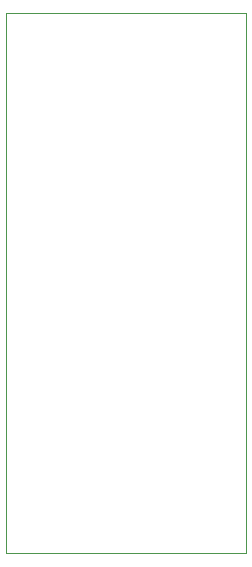
<source format=gbr>
%TF.GenerationSoftware,KiCad,Pcbnew,9.0.7-9.0.7~ubuntu22.04.1*%
%TF.CreationDate,2026-02-16T08:39:35-07:00*%
%TF.ProjectId,ESP32-S3-MINI-1_UU,45535033-322d-4533-932d-4d494e492d31,rev?*%
%TF.SameCoordinates,Original*%
%TF.FileFunction,Profile,NP*%
%FSLAX46Y46*%
G04 Gerber Fmt 4.6, Leading zero omitted, Abs format (unit mm)*
G04 Created by KiCad (PCBNEW 9.0.7-9.0.7~ubuntu22.04.1) date 2026-02-16 08:39:35*
%MOMM*%
%LPD*%
G01*
G04 APERTURE LIST*
%TA.AperFunction,Profile*%
%ADD10C,0.050000*%
%TD*%
G04 APERTURE END LIST*
D10*
X192560000Y-113000000D02*
X192560000Y-158720000D01*
X172240000Y-158720000D02*
X172240000Y-113000000D01*
X192560000Y-113000000D02*
X172240000Y-113000000D01*
X172240000Y-158720000D02*
X192560000Y-158720000D01*
M02*

</source>
